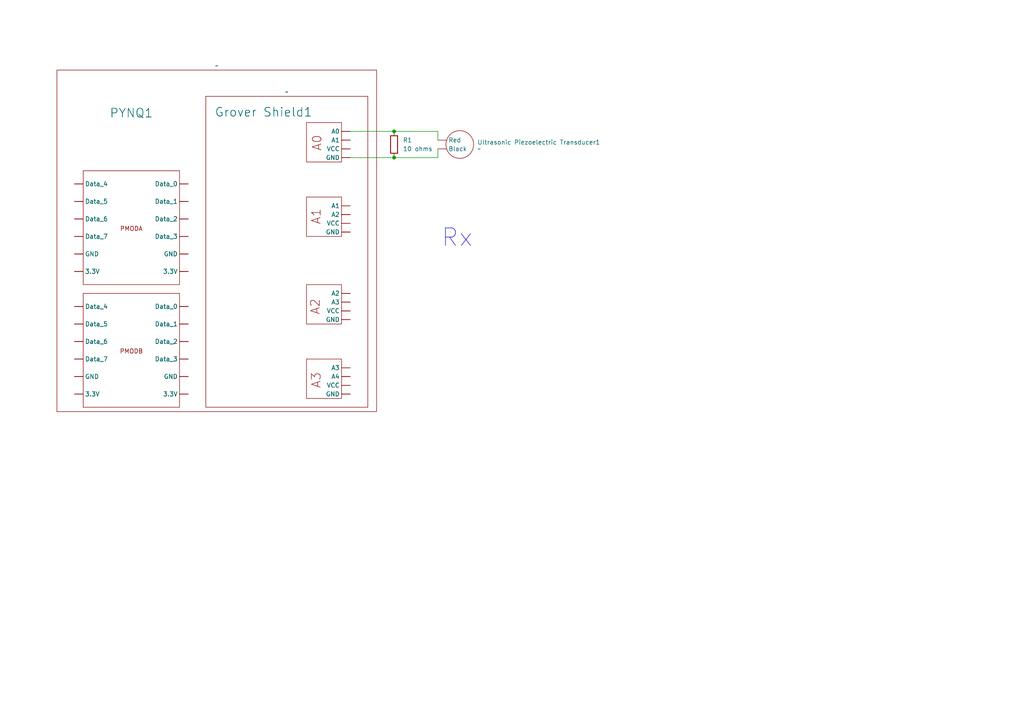
<source format=kicad_sch>
(kicad_sch (version 20231120) (generator "eeschema") (generator_version "8.0")
  (paper "A4")
  (lib_symbols
    (symbol "CapstoneSymbols:Grover Shield"
      (property "Reference" "Grover Shield" (at 0 1.016 0))
      (symbol "Grover Shield_0_1"
        (rectangle (start -45.72 10.16) (end 44.45 -36.83))
        (rectangle (start -43.18 -19.05) (end -31.75 -29.21))
        (rectangle (start -21.59 -19.05) (end -10.16 -29.21))
        (rectangle (start 3.81 -19.05) (end 15.24 -29.21))
        (rectangle (start 25.4 -19.05) (end 36.83 -29.21))
      )
      (symbol "Grover Shield_1_1"
        (text "A0" (at 30.988 -22.098 0) (effects (font (size 2.54 2.54))))
        (text "A1" (at 9.652 -21.844 0) (effects (font (size 2.54 2.54))))
        (text "A2" (at -16.51 -21.59 0) (effects (font (size 2.54 2.54))))
        (text "A3" (at -37.846 -21.844 0) (effects (font (size 2.54 2.54))))
        (pin input line (at 34.29 -31.75 90) (length 2.54) (name "A0") (number ""))
        (pin input line (at 12.7 -31.75 90) (length 2.54) (name "A1") (number ""))
        (pin input line (at 31.75 -31.75 90) (length 2.54) (name "A1") (number ""))
        (pin input line (at -12.7 -31.75 90) (length 2.54) (name "A2") (number ""))
        (pin input line (at 10.16 -31.75 90) (length 2.54) (name "A2") (number ""))
        (pin input line (at -34.29 -31.75 90) (length 2.54) (name "A3") (number ""))
        (pin input line (at -15.24 -31.75 90) (length 2.54) (name "A3") (number ""))
        (pin input line (at -36.83 -31.75 90) (length 2.54) (name "A4") (number ""))
        (pin input line (at -41.91 -31.75 90) (length 2.54) (name "GND") (number ""))
        (pin input line (at -20.32 -31.75 90) (length 2.54) (name "GND") (number ""))
        (pin input line (at 5.08 -31.75 90) (length 2.54) (name "GND") (number ""))
        (pin input line (at 26.67 -31.75 90) (length 2.54) (name "GND") (number ""))
        (pin input line (at -39.37 -31.75 90) (length 2.54) (name "VCC") (number ""))
        (pin input line (at -17.78 -31.75 90) (length 2.54) (name "VCC") (number ""))
        (pin input line (at 7.62 -31.75 90) (length 2.54) (name "VCC") (number ""))
        (pin input line (at 29.21 -31.75 90) (length 2.54) (name "VCC") (number ""))
      )
    )
    (symbol "CapstoneSymbols:PYNQ-Z2"
      (property "Reference" "PYNQ" (at 0.508 45.72 0))
      (symbol "PYNQ-Z2_0_1"
        (rectangle (start -45.72 49.53) (end 46.99 -49.53))
        (rectangle (start 11.43 -15.24) (end 39.37 -48.26))
        (rectangle (start 11.43 20.32) (end 39.37 -12.7))
      )
      (symbol "PYNQ-Z2_1_1"
        (text "PMODA" (at 25.4 3.556 0) (effects (font (size 1.27 1.27))))
        (text "PMODB" (at 25.4 -32.004 0) (effects (font (size 1.27 1.27))))
        (pin input line (at 8.89 -44.45 0) (length 2.54) (name "3.3V") (number ""))
        (pin input line (at 8.89 -8.89 0) (length 2.54) (name "3.3V") (number ""))
        (pin input line (at 41.91 -44.45 180) (length 2.54) (name "3.3V") (number ""))
        (pin input line (at 41.91 -8.89 180) (length 2.54) (name "3.3V") (number ""))
        (pin input line (at 8.89 -19.05 0) (length 2.54) (name "Data_0") (number ""))
        (pin input line (at 8.89 16.51 0) (length 2.54) (name "Data_0") (number ""))
        (pin input line (at 8.89 -24.13 0) (length 2.54) (name "Data_1") (number ""))
        (pin input line (at 8.89 11.43 0) (length 2.54) (name "Data_1") (number ""))
        (pin input line (at 8.89 -29.21 0) (length 2.54) (name "Data_2") (number ""))
        (pin input line (at 8.89 6.35 0) (length 2.54) (name "Data_2") (number ""))
        (pin input line (at 8.89 -34.29 0) (length 2.54) (name "Data_3") (number ""))
        (pin input line (at 8.89 1.27 0) (length 2.54) (name "Data_3") (number ""))
        (pin input line (at 41.91 -19.05 180) (length 2.54) (name "Data_4") (number ""))
        (pin input line (at 41.91 16.51 180) (length 2.54) (name "Data_4") (number ""))
        (pin input line (at 41.91 -24.13 180) (length 2.54) (name "Data_5") (number ""))
        (pin input line (at 41.91 11.43 180) (length 2.54) (name "Data_5") (number ""))
        (pin input line (at 41.91 -29.21 180) (length 2.54) (name "Data_6") (number ""))
        (pin input line (at 41.91 6.35 180) (length 2.54) (name "Data_6") (number ""))
        (pin input line (at 41.91 -34.29 180) (length 2.54) (name "Data_7") (number ""))
        (pin input line (at 41.91 1.27 180) (length 2.54) (name "Data_7") (number ""))
        (pin input line (at 8.89 -39.37 0) (length 2.54) (name "GND") (number ""))
        (pin input line (at 8.89 -3.81 0) (length 2.54) (name "GND") (number ""))
        (pin input line (at 41.91 -39.37 180) (length 2.54) (name "GND") (number ""))
        (pin input line (at 41.91 -3.81 180) (length 2.54) (name "GND") (number ""))
      )
    )
    (symbol "CapstoneSymbols:Ultrasonic_Piezoelectric_Transducer"
      (property "Reference" "Ultrasonic Piezoelectric Transducer" (at 0 0 0))
      (symbol "Ultrasonic_Piezoelectric_Transducer_1_1"
        (circle (center 0 -5.08) (radius 4.0161))
        (pin input line (at -6.35 -6.35 0) (length 2.54) (name "Black") (number ""))
        (pin input line (at -6.35 -3.81 0) (length 2.54) (name "Red") (number ""))
      )
    )
    (symbol "Device:R" (pin_numbers hide) (pin_names (offset 0))
      (property "Reference" "R" (at 2.032 0 90))
      (property "Value" "R" (at 0 0 90))
      (symbol "R_0_1"
        (rectangle (start -1.016 -2.54) (end 1.016 2.54) (stroke (width 0.254)))
      )
      (symbol "R_1_1"
        (pin passive line (at 0 3.81 270) (length 1.27) (name "~") (number "1"))
        (pin passive line (at 0 -3.81 90) (length 1.27) (name "~") (number "2"))
      )
    )
  )
  (junction (at 114.3 38.1))
  (junction (at 114.3 45.72))
  (wire (pts (xy 127 40.64) (xy 127 38.1)))
  (wire (pts (xy 114.3 45.72) (xy 127 45.72)))
  (wire (pts (xy 127 43.18) (xy 127 45.72)))
  (wire (pts (xy 127 38.1) (xy 114.3 38.1)))
  (wire (pts (xy 101.6 38.1) (xy 114.3 38.1)))
  (wire (pts (xy 101.6 45.72) (xy 114.3 45.72)))
  (text "Rx" (at 132.588 69.088 0) (effects (font (size 5.08 5.08))))
  (symbol (lib_id "Device:R") (at 114.3 41.91 0) (unit 1)
    (property "Reference" "R1" (at 116.84 40.6399 0) (effects (justify left)))
    (property "Value" "10 ohms" (at 116.84 43.1799 0) (effects (justify left)))
    (property "Description" "Resistor" (effects (hide yes)))
  )
  (symbol (lib_id "CapstoneSymbols:Ultrasonic_Piezoelectric_Transducer") (at 133.35 36.83 0) (unit 1)
    (property "Reference" "Ultrasonic Piezoelectric Transducer1" (at 138.43 41.2749 0) (effects (justify left)))
    (property "Value" "~" (at 138.43 43.18 0) (effects (justify left)))
  )
  (symbol (lib_id "CapstoneSymbols:PYNQ-Z2") (at 63.5 69.85 0) (mirror y) (unit 1)
    (property "Reference" "PYNQ1" (at 38.1 32.766 0) (effects (font (size 2.54 2.54))))
    (property "Value" "~" (at 62.865 19.05 0))
  )
  (symbol (lib_id "CapstoneSymbols:Grover Shield") (at 69.85 72.39 90) (unit 1)
    (property "Reference" "Grover Shield1" (at 76.454 32.512 90) (effects (font (size 2.54 2.54))))
    (property "Value" "~" (at 83.185 26.67 90))
  )
)
</source>
